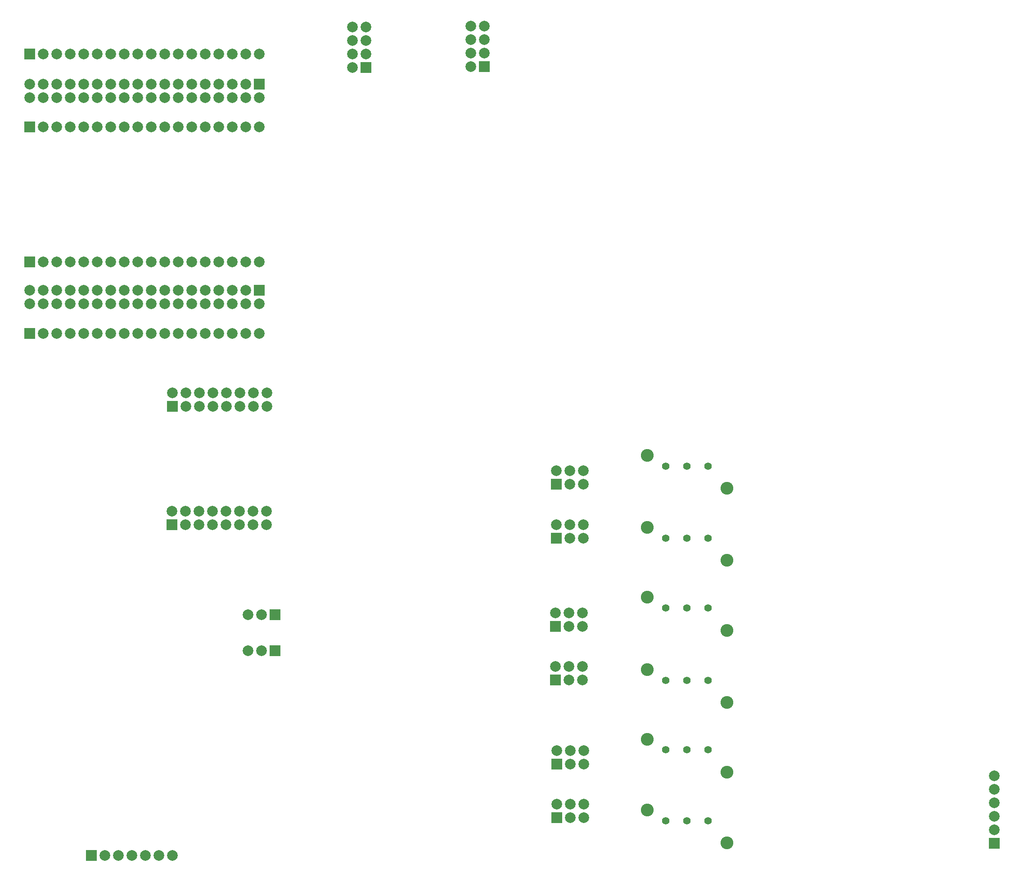
<source format=gbs>
G04*
G04 #@! TF.GenerationSoftware,Altium Limited,Altium Designer,22.3.1 (43)*
G04*
G04 Layer_Color=16711935*
%FSLAX25Y25*%
%MOIN*%
G70*
G04*
G04 #@! TF.SameCoordinates,28AED8AE-6D8B-4080-ADD8-9E34605278D5*
G04*
G04*
G04 #@! TF.FilePolarity,Negative*
G04*
G01*
G75*
%ADD67R,0.07906X0.07906*%
%ADD68C,0.07906*%
%ADD69R,0.07906X0.07906*%
%ADD70C,0.09500*%
%ADD71C,0.05500*%
D67*
X196661Y172099D02*
D03*
X196618Y198800D02*
D03*
X60500Y20200D02*
D03*
X404769Y295298D02*
D03*
X404928Y255231D02*
D03*
X404340Y189979D02*
D03*
Y150340D02*
D03*
X405156Y87931D02*
D03*
X405328Y48312D02*
D03*
X120355Y265300D02*
D03*
X120555Y353000D02*
D03*
X14900Y406945D02*
D03*
X184900Y439045D02*
D03*
X14900Y460045D02*
D03*
Y560045D02*
D03*
X184900Y591845D02*
D03*
X14900Y613945D02*
D03*
D68*
X186661Y172099D02*
D03*
X176661D02*
D03*
X186618Y198800D02*
D03*
X176618D02*
D03*
X120500Y20200D02*
D03*
X110500D02*
D03*
X100500D02*
D03*
X90500D02*
D03*
X70500D02*
D03*
X80500D02*
D03*
X404769Y305298D02*
D03*
X414769Y295298D02*
D03*
Y305298D02*
D03*
X424769Y295298D02*
D03*
Y305298D02*
D03*
X404928Y265231D02*
D03*
X414928Y255231D02*
D03*
Y265231D02*
D03*
X424929Y255231D02*
D03*
Y265231D02*
D03*
X404340Y199979D02*
D03*
X414340Y189979D02*
D03*
Y199979D02*
D03*
X424340Y189979D02*
D03*
Y199979D02*
D03*
X404340Y160340D02*
D03*
X414340Y150340D02*
D03*
Y160340D02*
D03*
X424340Y150340D02*
D03*
Y160340D02*
D03*
X405156Y97931D02*
D03*
X415156Y87931D02*
D03*
Y97931D02*
D03*
X425156Y87931D02*
D03*
Y97931D02*
D03*
X405328Y58312D02*
D03*
X415328Y48312D02*
D03*
Y58312D02*
D03*
X425327Y48312D02*
D03*
Y58312D02*
D03*
X253900Y603855D02*
D03*
X263900Y613855D02*
D03*
X253900D02*
D03*
X263900Y623855D02*
D03*
X253900D02*
D03*
X263900Y633855D02*
D03*
X253900D02*
D03*
X140555Y363000D02*
D03*
X351465Y634610D02*
D03*
Y624610D02*
D03*
X24900Y591845D02*
D03*
Y613945D02*
D03*
X190355Y275300D02*
D03*
Y265300D02*
D03*
X180355Y275300D02*
D03*
Y265300D02*
D03*
X170355Y275300D02*
D03*
Y265300D02*
D03*
X160355Y275300D02*
D03*
Y265300D02*
D03*
X150355Y275300D02*
D03*
Y265300D02*
D03*
X140355Y275300D02*
D03*
Y265300D02*
D03*
X130355Y275300D02*
D03*
Y265300D02*
D03*
X120355Y275300D02*
D03*
X190555Y363000D02*
D03*
Y353000D02*
D03*
X180555Y363000D02*
D03*
Y353000D02*
D03*
X170555Y363000D02*
D03*
Y353000D02*
D03*
X160555Y363000D02*
D03*
Y353000D02*
D03*
X150555Y363000D02*
D03*
Y353000D02*
D03*
X140555D02*
D03*
X130555Y363000D02*
D03*
Y353000D02*
D03*
X120555Y363000D02*
D03*
X341465Y604610D02*
D03*
X351465Y614610D02*
D03*
X341465D02*
D03*
Y624610D02*
D03*
Y634610D02*
D03*
X24900Y406945D02*
D03*
X34900D02*
D03*
X44900D02*
D03*
X54900D02*
D03*
X64900D02*
D03*
X74900D02*
D03*
X84900D02*
D03*
X94900D02*
D03*
X104900D02*
D03*
X114900D02*
D03*
X124900D02*
D03*
X134900D02*
D03*
X144900D02*
D03*
X154900D02*
D03*
X164900D02*
D03*
X174900D02*
D03*
X184900D02*
D03*
Y429045D02*
D03*
X174900Y439045D02*
D03*
Y429045D02*
D03*
X164900Y439045D02*
D03*
Y429045D02*
D03*
X154900Y439045D02*
D03*
Y429045D02*
D03*
X144900Y439045D02*
D03*
Y429045D02*
D03*
X134900Y439045D02*
D03*
Y429045D02*
D03*
X124900Y439045D02*
D03*
Y429045D02*
D03*
X114900Y439045D02*
D03*
Y429045D02*
D03*
X104900Y439045D02*
D03*
Y429045D02*
D03*
X94900Y439045D02*
D03*
Y429045D02*
D03*
X84900Y439045D02*
D03*
Y429045D02*
D03*
X74900Y439045D02*
D03*
Y429045D02*
D03*
X64900Y439045D02*
D03*
Y429045D02*
D03*
X54900Y439045D02*
D03*
Y429045D02*
D03*
X44900Y439045D02*
D03*
Y429045D02*
D03*
X34900Y439045D02*
D03*
Y429045D02*
D03*
X24900Y439045D02*
D03*
Y429045D02*
D03*
X14900Y439045D02*
D03*
Y429045D02*
D03*
X24900Y460045D02*
D03*
X34900D02*
D03*
X44900D02*
D03*
X54900D02*
D03*
X64900D02*
D03*
X74900D02*
D03*
X84900D02*
D03*
X94900D02*
D03*
X104900D02*
D03*
X114900D02*
D03*
X124900D02*
D03*
X134900D02*
D03*
X144900D02*
D03*
X154900D02*
D03*
X164900D02*
D03*
X174900D02*
D03*
X184900D02*
D03*
X24900Y560045D02*
D03*
X34900D02*
D03*
X44900D02*
D03*
X54900D02*
D03*
X64900D02*
D03*
X74900D02*
D03*
X84900D02*
D03*
X94900D02*
D03*
X104900D02*
D03*
X114900D02*
D03*
X124900D02*
D03*
X134900D02*
D03*
X144900D02*
D03*
X154900D02*
D03*
X164900D02*
D03*
X174900D02*
D03*
X184900D02*
D03*
Y581845D02*
D03*
X174900Y591845D02*
D03*
Y581845D02*
D03*
X164900Y591845D02*
D03*
Y581845D02*
D03*
X154900Y591845D02*
D03*
Y581845D02*
D03*
X144900Y591845D02*
D03*
Y581845D02*
D03*
X134900Y591845D02*
D03*
Y581845D02*
D03*
X124900Y591845D02*
D03*
Y581845D02*
D03*
X114900Y591845D02*
D03*
Y581845D02*
D03*
X104900Y591845D02*
D03*
Y581845D02*
D03*
X94900Y591845D02*
D03*
Y581845D02*
D03*
X84900Y591845D02*
D03*
Y581845D02*
D03*
X74900Y591845D02*
D03*
Y581845D02*
D03*
X64900Y591845D02*
D03*
Y581845D02*
D03*
X54900Y591845D02*
D03*
Y581845D02*
D03*
X44900Y591845D02*
D03*
Y581845D02*
D03*
X34900Y591845D02*
D03*
Y581845D02*
D03*
X24900D02*
D03*
X14900Y591845D02*
D03*
Y581845D02*
D03*
X34900Y613945D02*
D03*
X44900D02*
D03*
X54900D02*
D03*
X64900D02*
D03*
X74900D02*
D03*
X84900D02*
D03*
X94900D02*
D03*
X104900D02*
D03*
X114900D02*
D03*
X124900D02*
D03*
X134900D02*
D03*
X144900D02*
D03*
X154900D02*
D03*
X164900D02*
D03*
X174900D02*
D03*
X184900D02*
D03*
X729300Y39500D02*
D03*
Y49500D02*
D03*
Y59500D02*
D03*
Y69500D02*
D03*
Y79500D02*
D03*
D69*
X263900Y603855D02*
D03*
X351465Y604610D02*
D03*
X729300Y29500D02*
D03*
D70*
X531145Y82118D02*
D03*
X472145Y106518D02*
D03*
X531145Y292198D02*
D03*
X472145Y316598D02*
D03*
X531145Y187158D02*
D03*
X472145Y211558D02*
D03*
X531145Y238901D02*
D03*
X472145Y263301D02*
D03*
X531145Y133640D02*
D03*
X472145Y158040D02*
D03*
X531145Y29598D02*
D03*
X472145Y53998D02*
D03*
D71*
X517345Y98618D02*
D03*
X501645D02*
D03*
X485945D02*
D03*
X517345Y308698D02*
D03*
X501645D02*
D03*
X485945D02*
D03*
X517345Y203658D02*
D03*
X501645D02*
D03*
X485945D02*
D03*
X517345Y255401D02*
D03*
X501645D02*
D03*
X485945D02*
D03*
X517345Y150140D02*
D03*
X501645D02*
D03*
X485945D02*
D03*
X517345Y46098D02*
D03*
X501645D02*
D03*
X485945D02*
D03*
M02*

</source>
